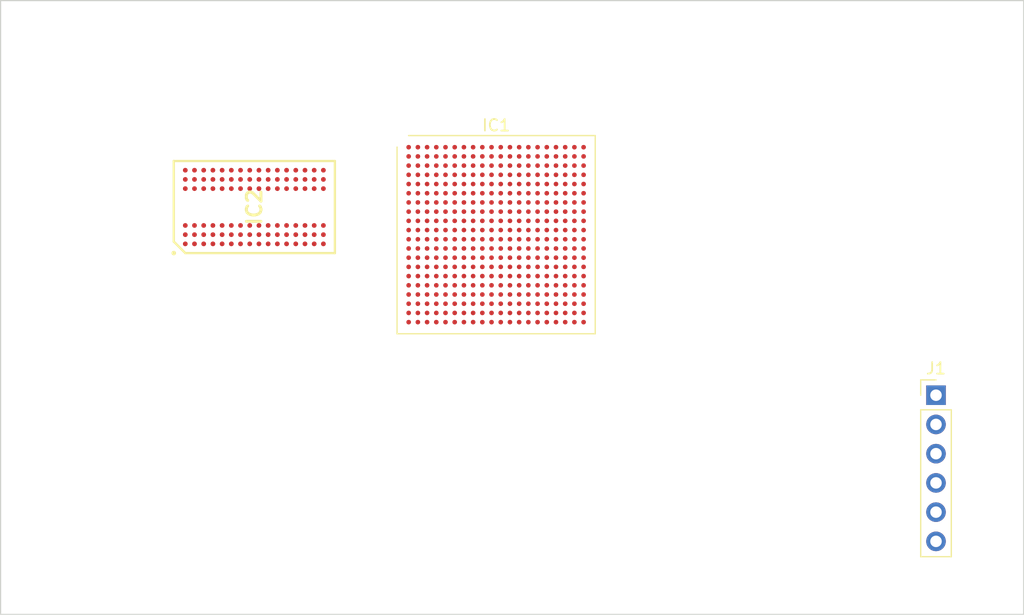
<source format=kicad_pcb>
(kicad_pcb (version 20211014) (generator pcbnew)
  (layers (0 "F.Cu" signal) (31 "B.Cu" signal) (34 "B.Paste" user) (35 "F.Paste" user) (36 "B.SilkS" user "B.Silkscreen") (37 "F.SilkS" user "F.Silkscreen") (38 "B.Mask" user) (39 "F.Mask" user) (44 "Edge.Cuts" user))
  (net 0 "")
  (net 2 "/CPU/DDR3_D13")
  (net 4 "/CPU/DDR3_D15")
  (net 23 "/CPU/DDR3_D12")
  (net 41 "/CPU/DDR3_D10")
  (net 43 "/CPU/DDR3_D11")
  (net 61 "/CPU/DDR3_D14")
  (net 63 "/CPU/DDR3_D8")
  (net 64 "/CPU/DDR3_A13")
  (net 81 "/CPU/DDR3_D9")
  (net 82 "/CPU/DDR3_D2")
  (net 83 "/CPU/DDR3_D0")
  (net 84 "/CPU/DDR3_A12")
  (net 104 "/CPU/DDR3_A14")
  (net 105 "/CPU/DDR3_A10")
  (net 123 "/CPU/DDR3_D3")
  (net 124 "/CPU/DDR3_A11")
  (net 141 "/CPU/DDR3_D7")
  (net 142 "/CPU/DDR3_D1")
  (net 143 "/CPU/DDR3_D5")
  (net 161 "/CPU/DDR3_D4")
  (net 163 "/CPU/DDR3_D6")
  (net 164 "/CPU/DDR3_A9")
  (net 165 "/CPU/DDR3_BA2")
  (net 181 "/CPU/DDR3_A8")
  (net 182 "/CPU/DDR3_A3")
  (net 183 "/CPU/DDR3_A7")
  (net 200 "/CPU/DDR3_A5")
  (net 201 "/CPU/DDR3_CK_P")
  (net 203 "/CPU/DDR3_A6")
  (net 204 "/CPU/DDR3_BA0")
  (net 221 "/CPU/DDR3_CK_N")
  (net 222 "/CPU/DDR3_A4")
  (net 240 "/CPU/DDR3_CKE0")
  (net 281 "/CPU/DDR3_BA1")
  (net 393 "/DDR3/VCC1V5")
  (net 394 "/DDR3/GND")
  (net 446 "/CPU/DDR3_A1")
  (net 458 "5V")
  (net 459 "3.3V")
  (net 460 "1.8V")
  (net 461 "1.5V")
  (net 462 "1.0V")
  (net 463 "GND")
  (net 464 "/CPU/DDR3_A2")
  (net 465 "/CPU/DDR3_A0")
  (footprint "DDR:BGA96C80P9X16_800X1400X120" (layer "F.Cu") (at 88.09 68.74 90)
    (fp_text reference "IC2")
    (fp_text value "MT41J128M16JT-125_K" hide)
  )
  (footprint "Package_BGA:Xilinx_CLG400" (layer "F.Cu") (at 109.1 71.14)
    (fp_text reference "IC1")
    (fp_text value "~")
  )
  (footprint "Connector_PinHeader_2.54mm:PinHeader_1x06_P2.54mm_Vertical" (layer "F.Cu") (at 147.32 85.09)
    (fp_text reference "J1")
    (fp_text value "POWER_SOURCE")
  )
  (gr_rect (start 66.04 50.8) (end 154.94 104.14) (layer "Edge.Cuts") (width 0.1) (fill none))
)
</source>
